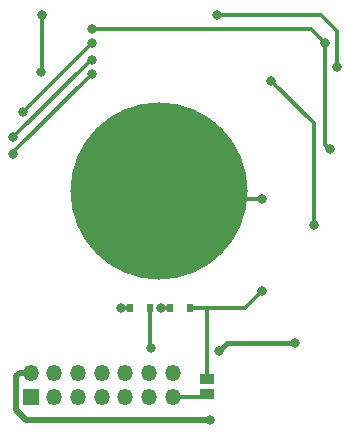
<source format=gbl>
%TF.GenerationSoftware,KiCad,Pcbnew,no-vcs-found-6573a43~60~ubuntu16.04.1*%
%TF.CreationDate,2017-10-02T18:35:18+03:00*%
%TF.ProjectId,livolo_1_channel_1way_eu_switch,6C69766F6C6F5F315F6368616E6E656C,rev?*%
%TF.SameCoordinates,Original*%
%TF.FileFunction,Copper,L2,Bot,Signal*%
%TF.FilePolarity,Positive*%
%FSLAX46Y46*%
G04 Gerber Fmt 4.6, Leading zero omitted, Abs format (unit mm)*
G04 Created by KiCad (PCBNEW no-vcs-found-6573a43~60~ubuntu16.04.1) date Mon Oct  2 18:35:18 2017*
%MOMM*%
%LPD*%
G01*
G04 APERTURE LIST*
%ADD10R,0.600000X0.800000*%
%ADD11O,1.350000X1.350000*%
%ADD12R,1.350000X1.350000*%
%ADD13C,15.000000*%
%ADD14R,1.270000X0.970000*%
%ADD15C,0.800000*%
%ADD16C,0.300000*%
%ADD17C,0.450000*%
%ADD18C,0.500000*%
%ADD19C,0.250000*%
G04 APERTURE END LIST*
D10*
X143400000Y-102050000D03*
X145100000Y-102050000D03*
X140050000Y-102050000D03*
X141750000Y-102050000D03*
D11*
X143650000Y-107550000D03*
X143650000Y-109550000D03*
X141650000Y-107550000D03*
X141650000Y-109550000D03*
X139650000Y-107550000D03*
X139650000Y-109550000D03*
X137650000Y-107550000D03*
X137650000Y-109550000D03*
X135650000Y-107550000D03*
X135650000Y-109550000D03*
X133650000Y-107550000D03*
X133650000Y-109550000D03*
X131650000Y-107550000D03*
D12*
X131650000Y-109550000D03*
D13*
X142471823Y-92126168D03*
D14*
X146600000Y-108060000D03*
X146600000Y-109340000D03*
D15*
X156600000Y-79600000D03*
X136800000Y-78400000D03*
X156999996Y-88600000D03*
X151200000Y-100600000D03*
X132549976Y-82002849D03*
X132600000Y-77200000D03*
X157600000Y-81600000D03*
X141800000Y-105400000D03*
X147400000Y-77200000D03*
X154000000Y-105000000D03*
X147600000Y-105700000D03*
X146800000Y-111500000D03*
X142700050Y-102000000D03*
X139300002Y-102000000D03*
X136800000Y-79600000D03*
X131000000Y-85450010D03*
X130149990Y-89000000D03*
X136800000Y-82200000D03*
X136800000Y-81000000D03*
X130149990Y-87587472D03*
X151200000Y-92800000D03*
X151948856Y-82770480D03*
X155600000Y-95000000D03*
D16*
X145100000Y-102050000D02*
X146600000Y-102050000D01*
X146600000Y-102050000D02*
X149750000Y-102050000D01*
X146600000Y-108060000D02*
X146600000Y-102050000D01*
X156999996Y-88600000D02*
X156999996Y-88599996D01*
X156999996Y-88599996D02*
X156600000Y-88200000D01*
X156600000Y-88200000D02*
X156600000Y-79600000D01*
X155400000Y-78400000D02*
X156600000Y-79600000D01*
X136800000Y-78400000D02*
X155400000Y-78400000D01*
X149750000Y-102050000D02*
X151200000Y-100600000D01*
X132600000Y-81952825D02*
X132549976Y-82002849D01*
X132600000Y-77200000D02*
X132600000Y-81952825D01*
X157600000Y-78600000D02*
X157600000Y-81600000D01*
X156200000Y-77200000D02*
X157600000Y-78600000D01*
X147400000Y-77200000D02*
X156200000Y-77200000D01*
X141750000Y-105350000D02*
X141800000Y-105400000D01*
X141750000Y-102050000D02*
X141750000Y-105350000D01*
D17*
X154000000Y-105000000D02*
X148300000Y-105000000D01*
X148300000Y-105000000D02*
X147600000Y-105700000D01*
D18*
X131650000Y-107550000D02*
X130695406Y-107550000D01*
X130695406Y-107550000D02*
X130424999Y-107820407D01*
X130424999Y-107820407D02*
X130424999Y-110665001D01*
X130424999Y-110665001D02*
X131259998Y-111500000D01*
X131259998Y-111500000D02*
X146800000Y-111500000D01*
D16*
X142750050Y-102050000D02*
X142700050Y-102000000D01*
X143400000Y-102050000D02*
X142750050Y-102050000D01*
X140050000Y-102050000D02*
X139350002Y-102050000D01*
X139350002Y-102050000D02*
X139300002Y-102000000D01*
X131000000Y-85400000D02*
X136800000Y-79600000D01*
X136800000Y-82200000D02*
X130149990Y-88850010D01*
X130149990Y-88850010D02*
X130149990Y-89000000D01*
X136737462Y-81000000D02*
X136800000Y-81000000D01*
X130149990Y-87587472D02*
X136737462Y-81000000D01*
X142471823Y-92126168D02*
X143145655Y-92800000D01*
X143145655Y-92800000D02*
X151200000Y-92800000D01*
X155600000Y-95000000D02*
X155600000Y-86400000D01*
X155600000Y-86400000D02*
X151970480Y-82770480D01*
X151970480Y-82770480D02*
X151948856Y-82770480D01*
X143650000Y-109550000D02*
X146390000Y-109550000D01*
D19*
X146390000Y-109550000D02*
X146600000Y-109340000D01*
M02*

</source>
